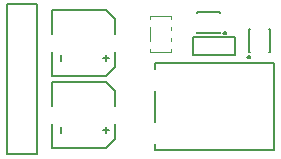
<source format=gto>
G75*
%MOIN*%
%OFA0B0*%
%FSLAX25Y25*%
%IPPOS*%
%LPD*%
%AMOC8*
5,1,8,0,0,1.08239X$1,22.5*
%
%ADD10C,0.00500*%
%ADD11C,0.00394*%
D10*
X0001600Y0007415D02*
X0011600Y0007415D01*
X0011600Y0057415D01*
X0001600Y0057415D01*
X0001600Y0007415D01*
X0016600Y0009415D02*
X0016600Y0017415D01*
X0019600Y0016415D02*
X0019600Y0014415D01*
X0016600Y0009415D02*
X0034600Y0009415D01*
X0037600Y0012415D01*
X0037600Y0017415D01*
X0035600Y0015415D02*
X0033600Y0015415D01*
X0034600Y0014415D02*
X0034600Y0016415D01*
X0037600Y0023415D02*
X0037600Y0028415D01*
X0034600Y0031415D01*
X0016600Y0031415D01*
X0016600Y0023415D01*
X0016600Y0033415D02*
X0016600Y0041415D01*
X0019600Y0040415D02*
X0019600Y0038415D01*
X0016600Y0033415D02*
X0034600Y0033415D01*
X0037600Y0036415D01*
X0037600Y0041415D01*
X0035600Y0039415D02*
X0033600Y0039415D01*
X0034600Y0038415D02*
X0034600Y0040415D01*
X0037600Y0047415D02*
X0037600Y0052415D01*
X0034600Y0055415D01*
X0016600Y0055415D01*
X0016600Y0047415D01*
X0050931Y0037982D02*
X0050931Y0036013D01*
X0050931Y0037982D02*
X0090301Y0037982D01*
X0090301Y0008848D01*
X0050931Y0008848D01*
X0050931Y0010816D01*
X0050931Y0018297D02*
X0050931Y0028533D01*
X0063600Y0040415D02*
X0063600Y0046415D01*
X0077600Y0046415D01*
X0077600Y0040415D01*
X0063600Y0040415D01*
X0064663Y0047871D02*
X0064663Y0048265D01*
X0064663Y0047871D02*
X0072537Y0047871D01*
X0072537Y0048265D01*
X0073600Y0047915D02*
X0073602Y0047959D01*
X0073608Y0048003D01*
X0073618Y0048046D01*
X0073631Y0048088D01*
X0073648Y0048129D01*
X0073669Y0048168D01*
X0073693Y0048205D01*
X0073720Y0048240D01*
X0073750Y0048272D01*
X0073783Y0048302D01*
X0073819Y0048328D01*
X0073856Y0048352D01*
X0073896Y0048371D01*
X0073937Y0048388D01*
X0073980Y0048400D01*
X0074023Y0048409D01*
X0074067Y0048414D01*
X0074111Y0048415D01*
X0074155Y0048412D01*
X0074199Y0048405D01*
X0074242Y0048394D01*
X0074284Y0048380D01*
X0074324Y0048362D01*
X0074363Y0048340D01*
X0074399Y0048316D01*
X0074433Y0048288D01*
X0074465Y0048257D01*
X0074494Y0048223D01*
X0074520Y0048187D01*
X0074542Y0048149D01*
X0074561Y0048109D01*
X0074576Y0048067D01*
X0074588Y0048025D01*
X0074596Y0047981D01*
X0074600Y0047937D01*
X0074600Y0047893D01*
X0074596Y0047849D01*
X0074588Y0047805D01*
X0074576Y0047763D01*
X0074561Y0047721D01*
X0074542Y0047681D01*
X0074520Y0047643D01*
X0074494Y0047607D01*
X0074465Y0047573D01*
X0074433Y0047542D01*
X0074399Y0047514D01*
X0074363Y0047490D01*
X0074324Y0047468D01*
X0074284Y0047450D01*
X0074242Y0047436D01*
X0074199Y0047425D01*
X0074155Y0047418D01*
X0074111Y0047415D01*
X0074067Y0047416D01*
X0074023Y0047421D01*
X0073980Y0047430D01*
X0073937Y0047442D01*
X0073896Y0047459D01*
X0073856Y0047478D01*
X0073819Y0047502D01*
X0073783Y0047528D01*
X0073750Y0047558D01*
X0073720Y0047590D01*
X0073693Y0047625D01*
X0073669Y0047662D01*
X0073648Y0047701D01*
X0073631Y0047742D01*
X0073618Y0047784D01*
X0073608Y0047827D01*
X0073602Y0047871D01*
X0073600Y0047915D01*
X0082057Y0049352D02*
X0082450Y0049352D01*
X0082057Y0049352D02*
X0082057Y0041478D01*
X0082450Y0041478D01*
X0081600Y0039915D02*
X0081602Y0039959D01*
X0081608Y0040003D01*
X0081618Y0040046D01*
X0081631Y0040088D01*
X0081648Y0040129D01*
X0081669Y0040168D01*
X0081693Y0040205D01*
X0081720Y0040240D01*
X0081750Y0040272D01*
X0081783Y0040302D01*
X0081819Y0040328D01*
X0081856Y0040352D01*
X0081896Y0040371D01*
X0081937Y0040388D01*
X0081980Y0040400D01*
X0082023Y0040409D01*
X0082067Y0040414D01*
X0082111Y0040415D01*
X0082155Y0040412D01*
X0082199Y0040405D01*
X0082242Y0040394D01*
X0082284Y0040380D01*
X0082324Y0040362D01*
X0082363Y0040340D01*
X0082399Y0040316D01*
X0082433Y0040288D01*
X0082465Y0040257D01*
X0082494Y0040223D01*
X0082520Y0040187D01*
X0082542Y0040149D01*
X0082561Y0040109D01*
X0082576Y0040067D01*
X0082588Y0040025D01*
X0082596Y0039981D01*
X0082600Y0039937D01*
X0082600Y0039893D01*
X0082596Y0039849D01*
X0082588Y0039805D01*
X0082576Y0039763D01*
X0082561Y0039721D01*
X0082542Y0039681D01*
X0082520Y0039643D01*
X0082494Y0039607D01*
X0082465Y0039573D01*
X0082433Y0039542D01*
X0082399Y0039514D01*
X0082363Y0039490D01*
X0082324Y0039468D01*
X0082284Y0039450D01*
X0082242Y0039436D01*
X0082199Y0039425D01*
X0082155Y0039418D01*
X0082111Y0039415D01*
X0082067Y0039416D01*
X0082023Y0039421D01*
X0081980Y0039430D01*
X0081937Y0039442D01*
X0081896Y0039459D01*
X0081856Y0039478D01*
X0081819Y0039502D01*
X0081783Y0039528D01*
X0081750Y0039558D01*
X0081720Y0039590D01*
X0081693Y0039625D01*
X0081669Y0039662D01*
X0081648Y0039701D01*
X0081631Y0039742D01*
X0081618Y0039784D01*
X0081608Y0039827D01*
X0081602Y0039871D01*
X0081600Y0039915D01*
X0088750Y0041478D02*
X0089143Y0041478D01*
X0089143Y0049352D01*
X0088750Y0049352D01*
X0072537Y0054564D02*
X0072537Y0054958D01*
X0064663Y0054958D01*
X0064663Y0054564D01*
D11*
X0056104Y0053438D02*
X0056104Y0052651D01*
X0056104Y0053438D02*
X0049017Y0053438D01*
X0049017Y0052651D01*
X0049017Y0049895D02*
X0049017Y0045171D01*
X0049017Y0042415D02*
X0049017Y0041627D01*
X0056104Y0041627D01*
X0056104Y0042415D01*
X0056104Y0045171D02*
X0056104Y0046155D01*
X0056104Y0048911D02*
X0056104Y0049895D01*
M02*

</source>
